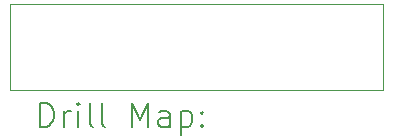
<source format=gbr>
%TF.GenerationSoftware,KiCad,Pcbnew,8.0.4*%
%TF.CreationDate,2024-09-11T11:48:57+03:00*%
%TF.ProjectId,LPF_146MHz,4c50465f-3134-4364-9d48-7a2e6b696361,rev?*%
%TF.SameCoordinates,Original*%
%TF.FileFunction,Drillmap*%
%TF.FilePolarity,Positive*%
%FSLAX45Y45*%
G04 Gerber Fmt 4.5, Leading zero omitted, Abs format (unit mm)*
G04 Created by KiCad (PCBNEW 8.0.4) date 2024-09-11 11:48:57*
%MOMM*%
%LPD*%
G01*
G04 APERTURE LIST*
%ADD10C,0.050000*%
%ADD11C,0.200000*%
G04 APERTURE END LIST*
D10*
X10403840Y-10434320D02*
X13568680Y-10434320D01*
X10403840Y-9707880D02*
X10403840Y-10434320D01*
X13568680Y-9707880D02*
X13568680Y-10434320D01*
X10403840Y-9707880D02*
X13568680Y-9707880D01*
D11*
X10662117Y-10748304D02*
X10662117Y-10548304D01*
X10662117Y-10548304D02*
X10709736Y-10548304D01*
X10709736Y-10548304D02*
X10738307Y-10557828D01*
X10738307Y-10557828D02*
X10757355Y-10576875D01*
X10757355Y-10576875D02*
X10766879Y-10595923D01*
X10766879Y-10595923D02*
X10776403Y-10634018D01*
X10776403Y-10634018D02*
X10776403Y-10662590D01*
X10776403Y-10662590D02*
X10766879Y-10700685D01*
X10766879Y-10700685D02*
X10757355Y-10719732D01*
X10757355Y-10719732D02*
X10738307Y-10738780D01*
X10738307Y-10738780D02*
X10709736Y-10748304D01*
X10709736Y-10748304D02*
X10662117Y-10748304D01*
X10862117Y-10748304D02*
X10862117Y-10614970D01*
X10862117Y-10653066D02*
X10871641Y-10634018D01*
X10871641Y-10634018D02*
X10881164Y-10624494D01*
X10881164Y-10624494D02*
X10900212Y-10614970D01*
X10900212Y-10614970D02*
X10919260Y-10614970D01*
X10985926Y-10748304D02*
X10985926Y-10614970D01*
X10985926Y-10548304D02*
X10976403Y-10557828D01*
X10976403Y-10557828D02*
X10985926Y-10567351D01*
X10985926Y-10567351D02*
X10995450Y-10557828D01*
X10995450Y-10557828D02*
X10985926Y-10548304D01*
X10985926Y-10548304D02*
X10985926Y-10567351D01*
X11109736Y-10748304D02*
X11090688Y-10738780D01*
X11090688Y-10738780D02*
X11081164Y-10719732D01*
X11081164Y-10719732D02*
X11081164Y-10548304D01*
X11214498Y-10748304D02*
X11195450Y-10738780D01*
X11195450Y-10738780D02*
X11185926Y-10719732D01*
X11185926Y-10719732D02*
X11185926Y-10548304D01*
X11443069Y-10748304D02*
X11443069Y-10548304D01*
X11443069Y-10548304D02*
X11509736Y-10691161D01*
X11509736Y-10691161D02*
X11576402Y-10548304D01*
X11576402Y-10548304D02*
X11576402Y-10748304D01*
X11757355Y-10748304D02*
X11757355Y-10643542D01*
X11757355Y-10643542D02*
X11747831Y-10624494D01*
X11747831Y-10624494D02*
X11728783Y-10614970D01*
X11728783Y-10614970D02*
X11690688Y-10614970D01*
X11690688Y-10614970D02*
X11671641Y-10624494D01*
X11757355Y-10738780D02*
X11738307Y-10748304D01*
X11738307Y-10748304D02*
X11690688Y-10748304D01*
X11690688Y-10748304D02*
X11671641Y-10738780D01*
X11671641Y-10738780D02*
X11662117Y-10719732D01*
X11662117Y-10719732D02*
X11662117Y-10700685D01*
X11662117Y-10700685D02*
X11671641Y-10681637D01*
X11671641Y-10681637D02*
X11690688Y-10672113D01*
X11690688Y-10672113D02*
X11738307Y-10672113D01*
X11738307Y-10672113D02*
X11757355Y-10662590D01*
X11852593Y-10614970D02*
X11852593Y-10814970D01*
X11852593Y-10624494D02*
X11871641Y-10614970D01*
X11871641Y-10614970D02*
X11909736Y-10614970D01*
X11909736Y-10614970D02*
X11928783Y-10624494D01*
X11928783Y-10624494D02*
X11938307Y-10634018D01*
X11938307Y-10634018D02*
X11947831Y-10653066D01*
X11947831Y-10653066D02*
X11947831Y-10710209D01*
X11947831Y-10710209D02*
X11938307Y-10729256D01*
X11938307Y-10729256D02*
X11928783Y-10738780D01*
X11928783Y-10738780D02*
X11909736Y-10748304D01*
X11909736Y-10748304D02*
X11871641Y-10748304D01*
X11871641Y-10748304D02*
X11852593Y-10738780D01*
X12033545Y-10729256D02*
X12043069Y-10738780D01*
X12043069Y-10738780D02*
X12033545Y-10748304D01*
X12033545Y-10748304D02*
X12024022Y-10738780D01*
X12024022Y-10738780D02*
X12033545Y-10729256D01*
X12033545Y-10729256D02*
X12033545Y-10748304D01*
X12033545Y-10624494D02*
X12043069Y-10634018D01*
X12043069Y-10634018D02*
X12033545Y-10643542D01*
X12033545Y-10643542D02*
X12024022Y-10634018D01*
X12024022Y-10634018D02*
X12033545Y-10624494D01*
X12033545Y-10624494D02*
X12033545Y-10643542D01*
M02*

</source>
